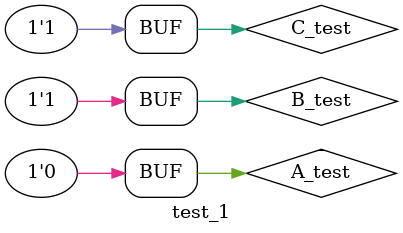
<source format=sv>
`timescale 1ns / 1ps


module test_1(

    );
    logic A_test, B_test, C_test, Y_test;
    
    mod1 DUT(
        .A(A_test),
        .B(B_test),
        .C(C_test),
        .Y(Y_test)
    );
    
    initial begin
        A_test = 1'b0;
        B_test = 1'b0;
        C_test = 1'b0; 
        
        #5
        A_test = 1'b1;
        #5
        B_test = 1'b1;
        #5
        C_test = 1'b1;
        A_test = 1'b0;

    end
endmodule

</source>
